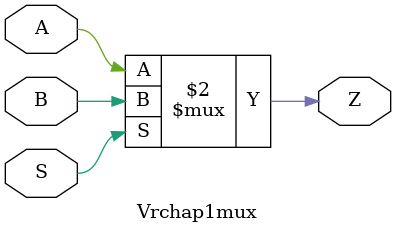
<source format=v>
module Vrchap1mux(A, B, S, Z);
  input A, B, S;
  output Z;

  assign Z = (S==0) ? A : B;
endmodule
</source>
